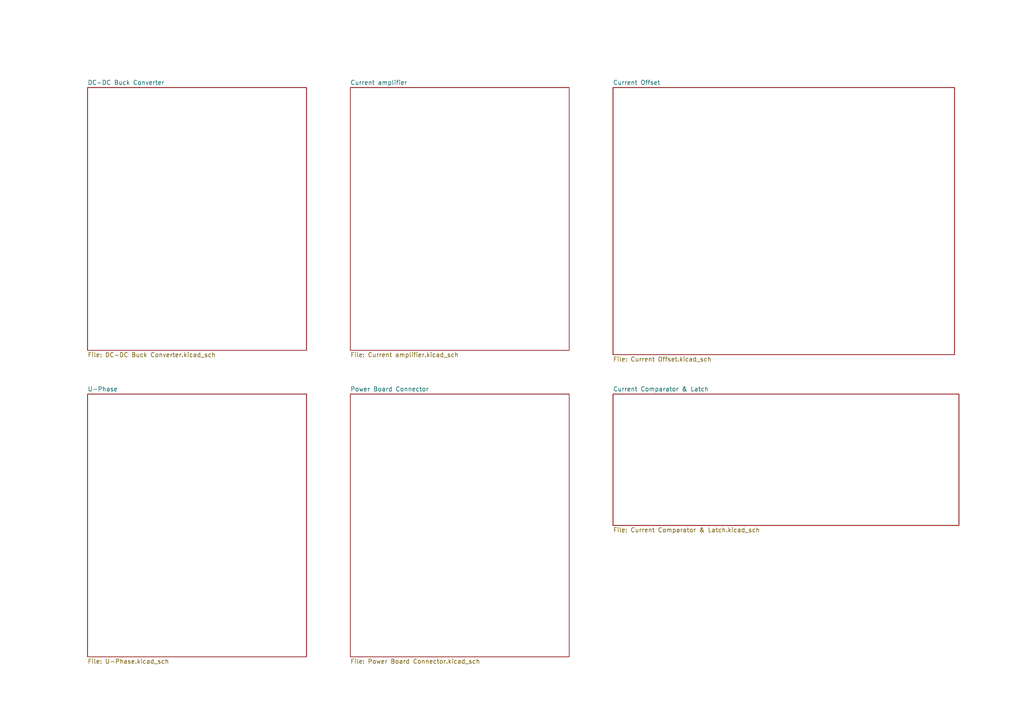
<source format=kicad_sch>
(kicad_sch
	(version 20231120)
	(generator "eeschema")
	(generator_version "8.0")
	(uuid "ab32ac57-1c18-4307-8f91-d2778314d165")
	(paper "A4")
	(lib_symbols)
	(sheet
		(at 177.8 25.4)
		(size 99.06 77.47)
		(fields_autoplaced yes)
		(stroke
			(width 0.1524)
			(type solid)
		)
		(fill
			(color 0 0 0 0.0000)
		)
		(uuid "1b716406-c046-45d0-895f-79ac70a3ecde")
		(property "Sheetname" "Current Offset"
			(at 177.8 24.6884 0)
			(effects
				(font
					(size 1.27 1.27)
				)
				(justify left bottom)
			)
		)
		(property "Sheetfile" "Current Offset.kicad_sch"
			(at 177.8 103.4546 0)
			(effects
				(font
					(size 1.27 1.27)
				)
				(justify left top)
			)
		)
		(instances
			(project "EVAL_TOLT_DC48V_3KW"
				(path "/ab32ac57-1c18-4307-8f91-d2778314d165"
					(page "6")
				)
			)
		)
	)
	(sheet
		(at 25.4 114.3)
		(size 63.5 76.2)
		(fields_autoplaced yes)
		(stroke
			(width 0.1524)
			(type solid)
		)
		(fill
			(color 0 0 0 0.0000)
		)
		(uuid "2485f593-b019-439d-890e-42320f426831")
		(property "Sheetname" "U-Phase"
			(at 25.4 113.5884 0)
			(effects
				(font
					(size 1.27 1.27)
				)
				(justify left bottom)
			)
		)
		(property "Sheetfile" "U-Phase.kicad_sch"
			(at 25.4 191.0846 0)
			(effects
				(font
					(size 1.27 1.27)
				)
				(justify left top)
			)
		)
		(instances
			(project "EVAL_TOLT_DC48V_3KW"
				(path "/ab32ac57-1c18-4307-8f91-d2778314d165"
					(page "3")
				)
			)
		)
	)
	(sheet
		(at 101.6 25.4)
		(size 63.5 76.2)
		(fields_autoplaced yes)
		(stroke
			(width 0.1524)
			(type solid)
		)
		(fill
			(color 0 0 0 0.0000)
		)
		(uuid "8b314924-91f0-419d-ab10-67cac4e4e0de")
		(property "Sheetname" "Current amplifier"
			(at 101.6 24.6884 0)
			(effects
				(font
					(size 1.27 1.27)
				)
				(justify left bottom)
			)
		)
		(property "Sheetfile" "Current amplifier.kicad_sch"
			(at 101.6 102.1846 0)
			(effects
				(font
					(size 1.27 1.27)
				)
				(justify left top)
			)
		)
		(instances
			(project "EVAL_TOLT_DC48V_3KW"
				(path "/ab32ac57-1c18-4307-8f91-d2778314d165"
					(page "5")
				)
			)
		)
	)
	(sheet
		(at 25.4 25.4)
		(size 63.5 76.2)
		(fields_autoplaced yes)
		(stroke
			(width 0.1524)
			(type solid)
		)
		(fill
			(color 0 0 0 0.0000)
		)
		(uuid "9ee2cd02-96d7-461b-b7fb-170453b1d10b")
		(property "Sheetname" "DC-DC Buck Converter"
			(at 25.4 24.6884 0)
			(effects
				(font
					(size 1.27 1.27)
				)
				(justify left bottom)
			)
		)
		(property "Sheetfile" "DC-DC Buck Converter.kicad_sch"
			(at 25.4 102.1846 0)
			(effects
				(font
					(size 1.27 1.27)
				)
				(justify left top)
			)
		)
		(instances
			(project "EVAL_TOLT_DC48V_3KW"
				(path "/ab32ac57-1c18-4307-8f91-d2778314d165"
					(page "2")
				)
			)
		)
	)
	(sheet
		(at 101.6 114.3)
		(size 63.5 76.2)
		(fields_autoplaced yes)
		(stroke
			(width 0.1524)
			(type solid)
		)
		(fill
			(color 0 0 0 0.0000)
		)
		(uuid "c5d2820f-dc5b-4980-906d-0f8bd6a51e5e")
		(property "Sheetname" "Power Board Connector"
			(at 101.6 113.5884 0)
			(effects
				(font
					(size 1.27 1.27)
				)
				(justify left bottom)
			)
		)
		(property "Sheetfile" "Power Board Connector.kicad_sch"
			(at 101.6 191.0846 0)
			(effects
				(font
					(size 1.27 1.27)
				)
				(justify left top)
			)
		)
		(instances
			(project "EVAL_TOLT_DC48V_3KW"
				(path "/ab32ac57-1c18-4307-8f91-d2778314d165"
					(page "4")
				)
			)
		)
	)
	(sheet
		(at 177.8 114.3)
		(size 100.33 38.1)
		(fields_autoplaced yes)
		(stroke
			(width 0.1524)
			(type solid)
		)
		(fill
			(color 0 0 0 0.0000)
		)
		(uuid "ef0a0738-4921-4f83-aeb3-c8d5023e08d9")
		(property "Sheetname" "Current Comparator & Latch"
			(at 177.8 113.5884 0)
			(effects
				(font
					(size 1.27 1.27)
				)
				(justify left bottom)
			)
		)
		(property "Sheetfile" "Current Comparator & Latch.kicad_sch"
			(at 177.8 152.9846 0)
			(effects
				(font
					(size 1.27 1.27)
				)
				(justify left top)
			)
		)
		(instances
			(project "EVAL_TOLT_DC48V_3KW"
				(path "/ab32ac57-1c18-4307-8f91-d2778314d165"
					(page "7")
				)
			)
		)
	)
	(sheet_instances
		(path "/"
			(page "1")
		)
	)
)

</source>
